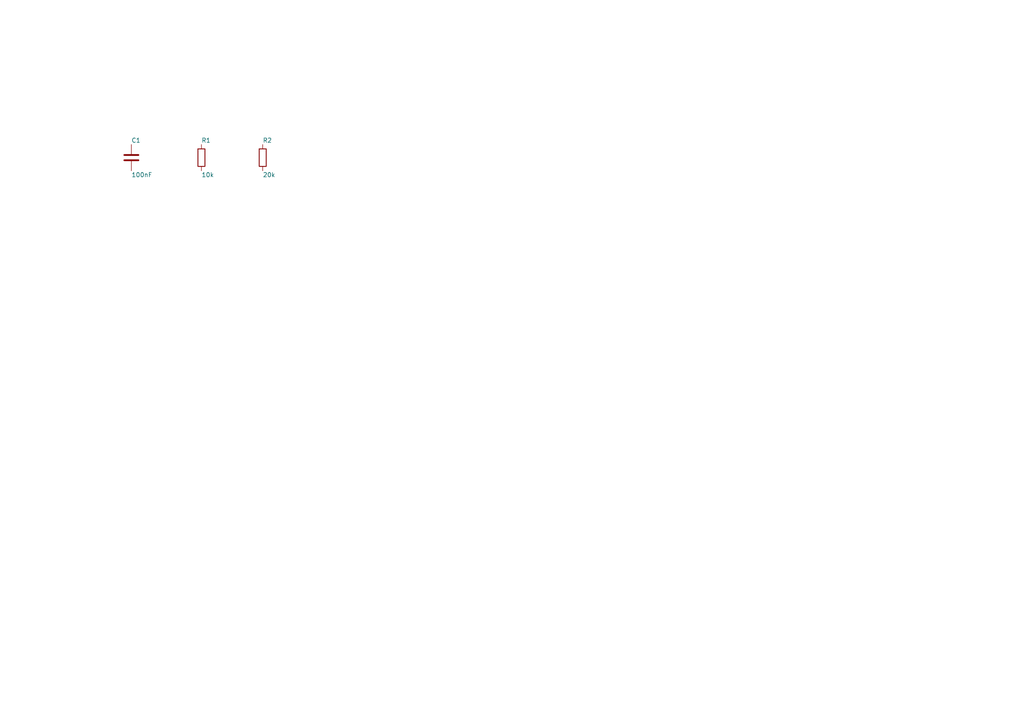
<source format=kicad_sch>
(kicad_sch (version 20250114) (generator "circuit_synth") (generator_version "9.0")
  (paper "A4")
  (lib_symbols
    (symbol "Device:C" (pin_numbers hide) (pin_names (offset 0.254))
      (property "Reference" "C" (at 0.0 0.0 0))
      (property "Value" "C" (at 0.0 0.0 0))
      (symbol "C_0_1"
        (polyline (pts (xy -2.032 0.762) (xy 2.032 0.762)) (stroke (width 0.508)))
        (polyline (pts (xy -2.032 -0.762) (xy 2.032 -0.762)) (stroke (width 0.508)))
      )
      (symbol "C_1_1"
        (pin passive line (at 0.0 3.81 270) (length 2.794) (name ~) (number "1"))
        (pin passive line (at 0.0 -3.81 90) (length 2.794) (name ~) (number "2"))
      )
    )
    (symbol "Device:R" (pin_numbers hide) (pin_names (offset 0.254))
      (property "Reference" "R" (at 0.0 0.0 0))
      (property "Value" "R" (at 0.0 0.0 0))
      (symbol "R_0_1"
        (rectangle (start -1.016 -2.54) (end 1.016 2.54) (stroke (width 0.254)))
      )
      (symbol "R_1_1"
        (pin passive line (at 0.0 3.81 270) (length 1.27) (name ~) (number "1"))
        (pin passive line (at 0.0 -3.81 90) (length 1.27) (name ~) (number "2"))
      )
    )
  )
  (title_block (title PowerSupply) (date 2025-08-07) (company Circuit-Synth))
  (symbol (lib_id "Device:R") (at 58.42 45.72 0) (unit 1)
    (property "Reference" "R1" (at 58.42 40.72 0) (effects (justify left)))
    (property "Value" "10k" (at 58.42 50.72 0) (effects (justify left)))
    (property "Footprint" "Resistor_SMD:R_0603_1608Metric" (effects (hide yes)))
  )
  (symbol (lib_id "Device:R") (at 76.2 45.72 0) (unit 1)
    (property "Reference" "R2" (at 76.2 40.72 0) (effects (justify left)))
    (property "Value" "20k" (at 76.2 50.72 0) (effects (justify left)))
    (property "Footprint" "Resistor_SMD:R_0603_1608Metric" (effects (hide yes)))
  )
  (symbol (lib_id "Device:C") (at 38.1 45.72 0) (unit 1)
    (property "Reference" "C1" (at 38.1 40.72 0) (effects (justify left)))
    (property "Value" "100nF" (at 38.1 50.72 0) (effects (justify left)))
    (property "Footprint" "Capacitor_SMD:C_0603_1608Metric" (effects (hide yes)))
  )
)
</source>
